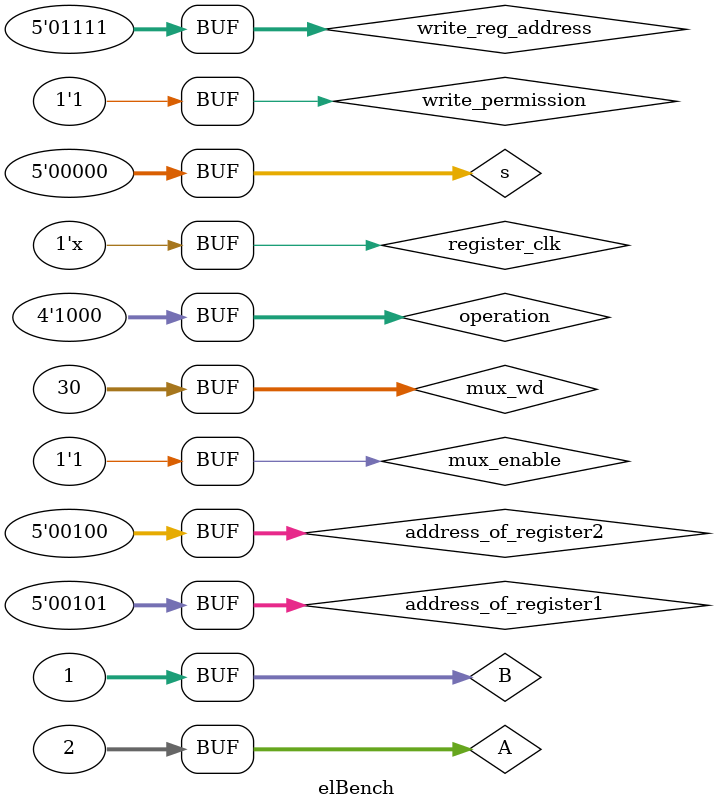
<source format=v>
module RegisterFile(
    register_clk,
    read_reg1,
    read_reg2,
    write_reg,
    data_store,
    write_enable,
    read_data1,
    read_data2) ;

input register_clk ;                     // Clock of register
input [4:0] read_reg1,read_reg2;         // reads the data from registers
input [4:0]write_reg;                    // write_reg is to  write on register 
input write_enable;                      // Enable or disable writing on register
//input [31:0]W1;                          // W1 carries the information to be written
input [31:0] data_store;                 // Written results are stored in it
//reg address1,address2;                   // Determines the address of register in register file
reg [31:0] registers[31:0];              // 32 registers each of 32-bit

output [31:0] read_data1,read_data2; // inputs of ALU

assign read_data1 = registers[read_reg1];
assign read_data2 = registers[read_reg2];

always @(register_clk)
begin

 if (write_enable)
        registers[write_reg] <= data_store;
end



endmodule

module Mux(wd, write_ctrl , result , W1);

input write_ctrl;
input [31:0] wd ;
input [31:0] result;
output [31:0] W1;

assign W1 = (write_ctrl == 1)? result : wd;
//if(write_ctrl==1) begin  W1 <= result; end
//else begin W1<=wd; end 

endmodule


module ALU (r1 , r2 , out , shift , OP );

input  [31 : 0] r1,r2;
input [4:0] shift;
input [3:0] OP;

output reg [31 : 0] out;

reg counter_ALU=0;                      // Counter used to reach each bit in the OP code
reg weight_ALU=8;                       // Used to decide the weight of each bit                    
integer out_real;

always @ (r1 or r2 or OP)
begin

case (OP)
0 : begin out = r1 + r2; end  //addition
1 : begin out = r1 - r2;   end      // Subtraction
2 : begin out = r1 & r2;   end      // AND
3 : begin out = r1 | r2;   end      // OR
4 : begin out = r1 << shift ;end     // Shift Left
5 : begin out = r1 >> shift ;end     // Shift Right
6 : begin out = r1 >>> shift;end     // Shift Right Arithmatically

//Checks if they're equal. If they're not it compares and gets the larger value.
7: begin if (r1==r2)begin $display("They are equal");end
    else if (r1 > r2) begin out=r1; end 
    else begin out=r2; end    
    end            

//Checks if they're equal. If they're not it compares and gets the smaller value.
8 :begin if (r1==r2)  begin $display("They are equal");end 
    else if (r1 < r2) begin out=r1;end 
    else begin out=r2;end
   end 

endcase
end
endmodule


module elBench();

reg [31:0] A,B;
wire [31:0] W1, out1, out2;
reg [4:0] s;
wire [31:0] C;
reg [3:0] operation;
reg register_clk;
reg [4:0] address_of_register1 , address_of_register2, write_reg_address;
reg write_permission;

reg mux_enable;
reg [31:0] mux_wd;
always
begin
#5 register_clk = ~register_clk;
end

initial
begin
register_clk=1;
$display ("First input      Second input        oeration          output    Mux Selection");
$monitor ("%d        %d        %d        %d          %d", A,B,operation,C,s);
$display ("------------------------------------------------------------------------------");


//addition
#10
A=2;
B=1;
s = 00000;
operation =0000;
address_of_register1=5;
address_of_register2=4;
write_reg_address=15;
write_permission=1;
mux_enable=1;
mux_wd=30;

//subtract
#10
A=2;
B=1;
s = 00000;
operation =0001;
address_of_register1=5;
address_of_register2=4;
write_reg_address=15;
write_permission=1;
mux_enable=1;
mux_wd=30;

//and
#10
A=2;
B=1;
s = 00000;
operation =2;
address_of_register1=5;
address_of_register2=4;
write_reg_address=15;
write_permission=1;
mux_enable=1;
mux_wd=30;

//or
#10
A=2;
B=1;
s = 00000;
operation =3;
address_of_register1=5;
address_of_register2=4;
write_reg_address=15;
write_permission=1;
mux_enable=1;
mux_wd=30;

//shift left
#10
A=2;
B=1;
s = B;
operation =4;
address_of_register1=5;
address_of_register2=4;
write_reg_address=15;
write_permission=1;
mux_enable=1;
mux_wd=30;

//shift right
#10
A=2;
B=1;
s = B;
operation =5;
address_of_register1=5;
address_of_register2=4;
write_reg_address=15;
write_permission=1;
mux_enable=1;
mux_wd=30;

//shift right arithmatically
#10
A=2;
B=-1;
s = B;
operation =6;
address_of_register1=5;
address_of_register2=4;
write_reg_address=15;
write_permission=1;
mux_enable=1;
mux_wd=30;

//greater than
#10
A=2;
B=1;
s = 00000;
operation =7;
address_of_register1=5;
address_of_register2=4;
write_reg_address=15;
write_permission=1;
mux_enable=1;
mux_wd=30;

// less than
#10
A=2;
B=1;
s = 00000;
operation =8;
address_of_register1=5;
address_of_register2=4;
write_reg_address=15;
write_permission=1;
mux_enable=1;
mux_wd=30;
end

Mux M1(mux_wd,mux_enable,C, W1);
RegisterFile Regist1 (register_clk, address_of_register1, address_of_register2, write_reg_address, W1, write_permission, out1, out2);
ALU A1 (A,B,C,s, operation);
endmodule

</source>
